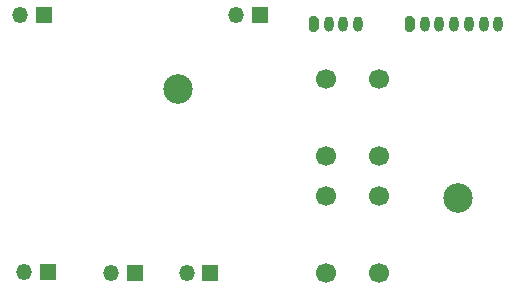
<source format=gbr>
%TF.GenerationSoftware,KiCad,Pcbnew,5.1.9-73d0e3b20d~88~ubuntu20.04.1*%
%TF.CreationDate,2021-03-15T23:00:21-05:00*%
%TF.ProjectId,portalgun,706f7274-616c-4677-956e-2e6b69636164,Draft A*%
%TF.SameCoordinates,Original*%
%TF.FileFunction,Soldermask,Bot*%
%TF.FilePolarity,Negative*%
%FSLAX46Y46*%
G04 Gerber Fmt 4.6, Leading zero omitted, Abs format (unit mm)*
G04 Created by KiCad (PCBNEW 5.1.9-73d0e3b20d~88~ubuntu20.04.1) date 2021-03-15 23:00:21*
%MOMM*%
%LPD*%
G01*
G04 APERTURE LIST*
%ADD10C,1.700000*%
%ADD11O,0.800000X1.300000*%
%ADD12C,2.500000*%
%ADD13O,1.350000X1.350000*%
%ADD14R,1.350000X1.350000*%
G04 APERTURE END LIST*
D10*
%TO.C,SW1*%
X210058000Y-116078000D03*
X210058000Y-109578000D03*
X214558000Y-116078000D03*
X214558000Y-109578000D03*
%TD*%
%TO.C,SW2*%
X210058000Y-106172000D03*
X210058000Y-99672000D03*
X214558000Y-106172000D03*
X214558000Y-99672000D03*
%TD*%
D11*
%TO.C,J2*%
X224670000Y-94996000D03*
X223420000Y-94996000D03*
X222170000Y-94996000D03*
X220920000Y-94996000D03*
X219670000Y-94996000D03*
X218420000Y-94996000D03*
G36*
G01*
X216770000Y-95446000D02*
X216770000Y-94546000D01*
G75*
G02*
X216970000Y-94346000I200000J0D01*
G01*
X217370000Y-94346000D01*
G75*
G02*
X217570000Y-94546000I0J-200000D01*
G01*
X217570000Y-95446000D01*
G75*
G02*
X217370000Y-95646000I-200000J0D01*
G01*
X216970000Y-95646000D01*
G75*
G02*
X216770000Y-95446000I0J200000D01*
G01*
G37*
%TD*%
%TO.C,J9*%
X212792000Y-94996000D03*
X211542000Y-94996000D03*
X210292000Y-94996000D03*
G36*
G01*
X208642000Y-95446000D02*
X208642000Y-94546000D01*
G75*
G02*
X208842000Y-94346000I200000J0D01*
G01*
X209242000Y-94346000D01*
G75*
G02*
X209442000Y-94546000I0J-200000D01*
G01*
X209442000Y-95446000D01*
G75*
G02*
X209242000Y-95646000I-200000J0D01*
G01*
X208842000Y-95646000D01*
G75*
G02*
X208642000Y-95446000I0J200000D01*
G01*
G37*
%TD*%
D12*
%TO.C,H2*%
X221250000Y-109741900D03*
%TD*%
D13*
%TO.C,J10*%
X184500000Y-116000000D03*
D14*
X186500000Y-116000000D03*
%TD*%
D13*
%TO.C,J5*%
X191872000Y-116070000D03*
D14*
X193872000Y-116070000D03*
%TD*%
D12*
%TO.C,H1*%
X197500000Y-100458200D03*
%TD*%
D13*
%TO.C,J4*%
X202470000Y-94234000D03*
D14*
X204470000Y-94234000D03*
%TD*%
D13*
%TO.C,J3*%
X198264000Y-116070000D03*
D14*
X200264000Y-116070000D03*
%TD*%
D13*
%TO.C,J1*%
X184182000Y-94234000D03*
D14*
X186182000Y-94234000D03*
%TD*%
M02*

</source>
